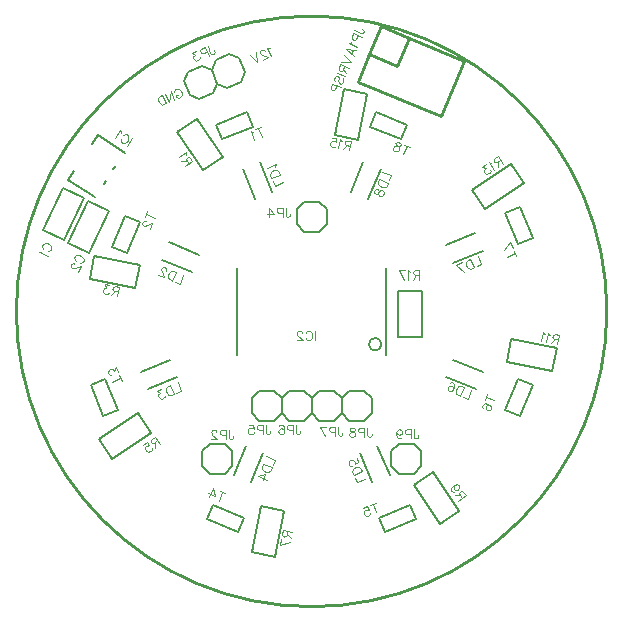
<source format=gbo>
G04 Layer: BottomSilkLayer*
G04 EasyEDA v6.2.46, 2019-12-20T15:47:03+02:00*
G04 e460ad1c73c14af8b4042999b0e6f5d6,e8986612fe13436f8f5b72e5f572de6a,00*
G04 Gerber Generator version 0.2*
G04 Scale: 100 percent, Rotated: No, Reflected: No *
G04 Dimensions in inches *
G04 leading zeros omitted , absolute positions ,2 integer and 4 decimal *
%FSLAX24Y24*%
%MOIN*%
G90*
G70D02*

%ADD10C,0.010000*%
%ADD16C,0.006000*%
%ADD17C,0.003200*%
%ADD19C,0.005000*%
%ADD20C,0.008000*%
%ADD21C,0.007000*%
%ADD22C,0.002560*%

%LPD*%
G54D16*
G01X6662Y16053D02*
G01X6861Y15572D01*
G01X7896Y16001D01*
G01X7697Y16482D01*
G01X6662Y16053D01*
G01X3204Y11985D02*
G01X3685Y11786D01*
G01X4113Y12821D01*
G01X3633Y13020D01*
G01X3204Y11985D01*
G01X2905Y6363D02*
G01X3386Y6562D01*
G01X2957Y7596D01*
G01X2477Y7397D01*
G01X2905Y6363D01*
G01X7397Y2477D02*
G01X7596Y2957D01*
G01X6562Y3386D01*
G01X6363Y2905D01*
G01X7397Y2477D01*
G01X13321Y2905D02*
G01X13122Y3386D01*
G01X12088Y2957D01*
G01X12287Y2477D01*
G01X13321Y2905D01*
G01X17207Y7397D02*
G01X16727Y7596D01*
G01X16298Y6562D01*
G01X16779Y6363D01*
G01X17207Y7397D01*
G01X16779Y13321D02*
G01X16298Y13122D01*
G01X16727Y12088D01*
G01X17207Y12287D01*
G01X16779Y13321D01*
G01X11985Y16480D02*
G01X11786Y16000D01*
G01X12821Y15571D01*
G01X13020Y16051D01*
G01X11985Y16480D01*
G54D19*
G01X6877Y14977D02*
G01X6013Y16268D01*
G01X5370Y15837D01*
G01X6234Y14546D01*
G01X6877Y14977D01*
G01X4115Y11377D02*
G01X2591Y11678D01*
G01X2441Y10919D01*
G01X3965Y10617D01*
G01X4115Y11377D01*
G01X4053Y6440D02*
G01X2762Y5576D01*
G01X3192Y4932D01*
G01X4483Y5797D01*
G01X4053Y6440D01*
G01X8154Y3343D02*
G01X7852Y1819D01*
G01X8611Y1668D01*
G01X8913Y3192D01*
G01X8154Y3343D01*
G01X13244Y4053D02*
G01X14108Y2762D01*
G01X14752Y3192D01*
G01X13887Y4483D01*
G01X13244Y4053D01*
G01X16341Y8154D02*
G01X17865Y7852D01*
G01X18016Y8611D01*
G01X16492Y8913D01*
G01X16341Y8154D01*
G01X15631Y13244D02*
G01X16922Y14108D01*
G01X16492Y14752D01*
G01X15201Y13887D01*
G01X15631Y13244D01*
G01X11377Y15569D02*
G01X11678Y17093D01*
G01X10919Y17243D01*
G01X10617Y15719D01*
G01X11377Y15569D01*
G01X13512Y8973D02*
G01X13512Y10526D01*
G01X12738Y10526D01*
G01X12738Y8973D01*
G01X13512Y8973D01*
G54D10*
G01X11388Y17494D02*
G01X14160Y16346D01*
G01X14925Y18194D01*
G01X13077Y18959D01*
G01X12153Y19342D01*
G01X11771Y18418D01*
G01X11388Y17494D01*
G01X11771Y18418D02*
G01X12695Y18035D01*
G01X13077Y18959D01*
G54D19*
G01X2426Y11783D02*
G01X3083Y13191D01*
G01X2381Y13518D01*
G01X1724Y12110D01*
G01X2426Y11783D01*
G54D16*
G01X5719Y17837D02*
G01X5583Y17511D01*
G01X5775Y17049D01*
G01X6101Y16913D01*
G01X6563Y17105D01*
G01X6698Y17431D01*
G01X6507Y17893D01*
G01X6180Y18029D01*
G01X5719Y17837D01*
G01X6698Y17431D02*
G01X7025Y17296D01*
G01X7487Y17487D01*
G01X7622Y17814D01*
G01X7431Y18276D01*
G01X7104Y18411D01*
G01X6642Y18220D01*
G01X6507Y17893D01*
G54D19*
G01X1603Y12213D02*
G01X2260Y13621D01*
G01X1558Y13948D01*
G01X902Y12541D01*
G01X1603Y12213D01*
G54D16*
G01X7192Y5171D02*
G01X6942Y5421D01*
G01X6442Y5421D01*
G01X6192Y5171D01*
G01X6192Y4671D01*
G01X6442Y4421D01*
G01X6942Y4421D01*
G01X7192Y4671D01*
G01X7192Y5171D01*
G01X10092Y12492D02*
G01X10342Y12742D01*
G01X10342Y13242D01*
G01X10092Y13492D01*
G01X9592Y13492D01*
G01X9342Y13242D01*
G01X9342Y12742D01*
G01X9592Y12492D01*
G01X10092Y12492D01*
G01X8592Y6192D02*
G01X8842Y6442D01*
G01X8842Y6942D01*
G01X8592Y7192D01*
G01X8092Y7192D01*
G01X7842Y6942D01*
G01X7842Y6442D01*
G01X8092Y6192D01*
G01X8592Y6192D01*
G01X9592Y6192D02*
G01X9842Y6442D01*
G01X9842Y6942D01*
G01X9592Y7192D01*
G01X9092Y7192D01*
G01X8842Y6942D01*
G01X8842Y6442D01*
G01X9092Y6192D01*
G01X9592Y6192D01*
G01X10592Y6192D02*
G01X10842Y6442D01*
G01X10842Y6942D01*
G01X10592Y7192D01*
G01X10092Y7192D01*
G01X9842Y6942D01*
G01X9842Y6442D01*
G01X10092Y6192D01*
G01X10592Y6192D01*
G01X11592Y6192D02*
G01X11842Y6442D01*
G01X11842Y6942D01*
G01X11592Y7192D01*
G01X11092Y7192D01*
G01X10842Y6942D01*
G01X10842Y6442D01*
G01X11092Y6192D01*
G01X11592Y6192D01*
G01X13242Y4421D02*
G01X13492Y4671D01*
G01X13492Y5171D01*
G01X13242Y5421D01*
G01X12742Y5421D01*
G01X12492Y5171D01*
G01X12492Y4671D01*
G01X12742Y4421D01*
G01X13242Y4421D01*
G54D20*
G01X7540Y14577D02*
G01X7947Y13595D01*
G01X8117Y14816D02*
G01X8524Y13834D01*
G01X4866Y11562D02*
G01X5848Y11156D01*
G01X5105Y12140D02*
G01X6087Y11733D01*
G01X4379Y7238D02*
G01X5361Y7645D01*
G01X4140Y7816D02*
G01X5122Y8223D01*
G01X7820Y4138D02*
G01X8227Y5120D01*
G01X7243Y4377D02*
G01X7650Y5359D01*
G01X12446Y4379D02*
G01X12039Y5361D01*
G01X11868Y4140D02*
G01X11461Y5122D01*
G01X15546Y7820D02*
G01X14564Y8227D01*
G01X15307Y7243D02*
G01X14325Y7650D01*
G01X15305Y12446D02*
G01X14323Y12039D01*
G01X15544Y11868D02*
G01X14562Y11461D01*
G01X11562Y14818D02*
G01X11156Y13836D01*
G01X12140Y14579D02*
G01X11733Y13597D01*
G54D16*
G01X7372Y8387D02*
G01X7372Y11277D01*
G01X12312Y11277D02*
G01X12312Y8387D01*
G54D21*
G01X3607Y15128D02*
G01X2718Y15721D01*
G01X2520Y15423D01*
G01X1924Y14530D02*
G01X1726Y14232D01*
G01X2614Y13639D01*
G01X3239Y14571D02*
G01X3318Y14689D01*
G01X2912Y14080D02*
G01X2990Y14197D01*
G54D22*
G01X8457Y18607D02*
G01X8425Y18609D01*
G01X8368Y18633D01*
G01X8484Y18350D01*
G01X8293Y18523D02*
G01X8288Y18536D01*
G01X8263Y18558D01*
G01X8244Y18566D01*
G01X8212Y18568D01*
G01X8158Y18546D01*
G01X8137Y18521D01*
G01X8129Y18502D01*
G01X8126Y18470D01*
G01X8138Y18443D01*
G01X8162Y18421D01*
G01X8206Y18392D01*
G01X8396Y18314D01*
G01X8208Y18236D01*
G01X8002Y18481D02*
G01X8011Y18154D01*
G01X7787Y18392D02*
G01X8011Y18154D01*
G01X5262Y17145D02*
G01X5265Y17178D01*
G01X5280Y17216D01*
G01X5302Y17241D01*
G01X5355Y17263D01*
G01X5388Y17260D01*
G01X5426Y17245D01*
G01X5450Y17223D01*
G01X5481Y17189D01*
G01X5508Y17121D01*
G01X5512Y17076D01*
G01X5509Y17043D01*
G01X5494Y17005D01*
G01X5472Y16981D01*
G01X5419Y16958D01*
G01X5386Y16961D01*
G01X5348Y16976D01*
G01X5323Y16998D01*
G01X5307Y17038D01*
G01X5374Y17066D02*
G01X5307Y17038D01*
G01X5146Y17176D02*
G01X5263Y16894D01*
G01X5146Y17176D02*
G01X5075Y16816D01*
G01X4958Y17098D02*
G01X5075Y16816D01*
G01X4869Y17061D02*
G01X4986Y16779D01*
G01X4869Y17061D02*
G01X4775Y17022D01*
G01X4740Y16992D01*
G01X4724Y16954D01*
G01X4722Y16922D01*
G01X4725Y16876D01*
G01X4753Y16809D01*
G01X4783Y16774D01*
G01X4808Y16753D01*
G01X4846Y16737D01*
G01X4892Y16740D01*
G01X4986Y16779D01*
G54D17*
G01X8057Y15944D02*
G01X8174Y15662D01*
G01X8151Y15983D02*
G01X7963Y15905D01*
G01X7896Y15814D02*
G01X7864Y15817D01*
G01X7807Y15840D01*
G01X7924Y15558D01*
G01X4326Y13086D02*
G01X4608Y12969D01*
G01X4365Y13180D02*
G01X4287Y12992D01*
G01X4312Y12862D02*
G01X4299Y12867D01*
G01X4266Y12865D01*
G01X4247Y12857D01*
G01X4223Y12836D01*
G01X4200Y12782D01*
G01X4203Y12750D01*
G01X4211Y12731D01*
G01X4232Y12706D01*
G01X4259Y12695D01*
G01X4291Y12697D01*
G01X4343Y12707D01*
G01X4533Y12786D01*
G01X4455Y12598D01*
G01X3470Y7618D02*
G01X3188Y7501D01*
G01X3509Y7524D02*
G01X3431Y7712D01*
G01X3384Y7828D02*
G01X3322Y7975D01*
G01X3248Y7850D01*
G01X3232Y7891D01*
G01X3207Y7912D01*
G01X3188Y7920D01*
G01X3142Y7917D01*
G01X3115Y7905D01*
G01X3080Y7875D01*
G01X3065Y7837D01*
G01X3068Y7791D01*
G01X3085Y7751D01*
G01X3115Y7716D01*
G01X3134Y7708D01*
G01X3166Y7706D01*
G01X6868Y3810D02*
G01X6751Y3528D01*
G01X6962Y3771D02*
G01X6774Y3849D01*
G01X6551Y3941D02*
G01X6608Y3698D01*
G01X6406Y3781D01*
G01X6551Y3941D02*
G01X6434Y3659D01*
G01X11888Y3431D02*
G01X12005Y3149D01*
G01X11982Y3470D02*
G01X11794Y3392D01*
G01X11544Y3289D02*
G01X11679Y3344D01*
G01X11742Y3229D01*
G01X11723Y3237D01*
G01X11677Y3233D01*
G01X11637Y3217D01*
G01X11602Y3187D01*
G01X11587Y3149D01*
G01X11590Y3103D01*
G01X11601Y3076D01*
G01X11631Y3041D01*
G01X11669Y3025D01*
G01X11715Y3029D01*
G01X11755Y3045D01*
G01X11790Y3076D01*
G01X11798Y3095D01*
G01X11800Y3127D01*
G01X15655Y6993D02*
G01X15937Y6876D01*
G01X15694Y7087D02*
G01X15616Y6899D01*
G01X15553Y6633D02*
G01X15532Y6657D01*
G01X15535Y6703D01*
G01X15546Y6730D01*
G01X15576Y6765D01*
G01X15628Y6775D01*
G01X15700Y6760D01*
G01X15768Y6733D01*
G01X15816Y6697D01*
G01X15832Y6659D01*
G01X15828Y6613D01*
G01X15823Y6600D01*
G01X15793Y6565D01*
G01X15755Y6549D01*
G01X15709Y6552D01*
G01X15695Y6558D01*
G01X15661Y6588D01*
G01X15645Y6626D01*
G01X15648Y6672D01*
G01X15654Y6685D01*
G01X15684Y6720D01*
G01X15722Y6736D01*
G01X15768Y6733D01*
G01X16624Y11772D02*
G01X16342Y11655D01*
G01X16663Y11678D02*
G01X16585Y11866D01*
G01X16470Y12143D02*
G01X16244Y11891D01*
G01X16548Y11954D02*
G01X16470Y12143D01*
G01X13023Y15358D02*
G01X12906Y15076D01*
G01X13117Y15319D02*
G01X12929Y15397D01*
G01X12773Y15461D02*
G01X12808Y15431D01*
G01X12810Y15399D01*
G01X12799Y15372D01*
G01X12775Y15350D01*
G01X12742Y15348D01*
G01X12683Y15357D01*
G01X12637Y15360D01*
G01X12599Y15345D01*
G01X12574Y15323D01*
G01X12558Y15283D01*
G01X12560Y15250D01*
G01X12568Y15231D01*
G01X12603Y15201D01*
G01X12656Y15179D01*
G01X12702Y15176D01*
G01X12721Y15184D01*
G01X12746Y15205D01*
G01X12763Y15245D01*
G01X12760Y15278D01*
G01X12744Y15316D01*
G01X12710Y15346D01*
G01X12662Y15382D01*
G01X12640Y15406D01*
G01X12638Y15439D01*
G01X12649Y15465D01*
G01X12674Y15487D01*
G01X12720Y15484D01*
G01X12773Y15461D01*
G01X5872Y14843D02*
G01X5618Y14673D01*
G01X5872Y14843D02*
G01X5799Y14951D01*
G01X5763Y14979D01*
G01X5743Y14983D01*
G01X5710Y14979D01*
G01X5686Y14963D01*
G01X5670Y14935D01*
G01X5666Y14915D01*
G01X5678Y14870D01*
G01X5751Y14762D01*
G01X5694Y14846D02*
G01X5505Y14842D01*
G01X5657Y15059D02*
G01X5653Y15091D01*
G01X5665Y15152D01*
G01X5411Y14982D01*
G01X3422Y10648D02*
G01X3363Y10348D01*
G01X3422Y10648D02*
G01X3294Y10673D01*
G01X3248Y10668D01*
G01X3231Y10656D01*
G01X3211Y10630D01*
G01X3205Y10602D01*
G01X3214Y10571D01*
G01X3225Y10553D01*
G01X3265Y10531D01*
G01X3394Y10505D01*
G01X3294Y10525D02*
G01X3163Y10388D01*
G01X3100Y10712D02*
G01X2943Y10743D01*
G01X3006Y10612D01*
G01X2963Y10620D01*
G01X2931Y10612D01*
G01X2914Y10600D01*
G01X2892Y10560D01*
G01X2886Y10532D01*
G01X2892Y10486D01*
G01X2915Y10452D01*
G01X2955Y10429D01*
G01X2997Y10421D01*
G01X3043Y10426D01*
G01X3060Y10438D01*
G01X3080Y10464D01*
G01X4624Y5662D02*
G01X4794Y5408D01*
G01X4624Y5662D02*
G01X4515Y5589D01*
G01X4487Y5553D01*
G01X4483Y5533D01*
G01X4487Y5500D01*
G01X4503Y5476D01*
G01X4531Y5460D01*
G01X4551Y5456D01*
G01X4596Y5468D01*
G01X4705Y5541D01*
G01X4620Y5485D02*
G01X4624Y5295D01*
G01X4230Y5398D02*
G01X4351Y5479D01*
G01X4435Y5378D01*
G01X4415Y5382D01*
G01X4371Y5370D01*
G01X4335Y5346D01*
G01X4306Y5310D01*
G01X4298Y5269D01*
G01X4311Y5225D01*
G01X4327Y5201D01*
G01X4363Y5173D01*
G01X4404Y5165D01*
G01X4448Y5177D01*
G01X4484Y5201D01*
G01X4512Y5237D01*
G01X4516Y5258D01*
G01X4512Y5290D01*
G01X8890Y2552D02*
G01X9190Y2493D01*
G01X8890Y2552D02*
G01X8865Y2424D01*
G01X8870Y2378D01*
G01X8882Y2361D01*
G01X8908Y2341D01*
G01X8936Y2336D01*
G01X8968Y2344D01*
G01X8985Y2356D01*
G01X9007Y2396D01*
G01X9033Y2524D01*
G01X9013Y2424D02*
G01X9150Y2293D01*
G01X8792Y2059D02*
G01X9120Y2142D01*
G01X8832Y2258D02*
G01X8792Y2059D01*
G01X14974Y3706D02*
G01X14720Y3536D01*
G01X14974Y3706D02*
G01X14901Y3815D01*
G01X14865Y3843D01*
G01X14845Y3847D01*
G01X14812Y3843D01*
G01X14788Y3827D01*
G01X14772Y3799D01*
G01X14768Y3779D01*
G01X14780Y3734D01*
G01X14853Y3625D01*
G01X14796Y3710D02*
G01X14607Y3706D01*
G01X14617Y4056D02*
G01X14589Y4020D01*
G01X14581Y3979D01*
G01X14593Y3935D01*
G01X14602Y3923D01*
G01X14638Y3895D01*
G01X14678Y3887D01*
G01X14723Y3899D01*
G01X14735Y3907D01*
G01X14763Y3943D01*
G01X14771Y3984D01*
G01X14759Y4028D01*
G01X14751Y4040D01*
G01X14714Y4068D01*
G01X14674Y4076D01*
G01X14617Y4056D01*
G01X14557Y4015D01*
G01X14505Y3963D01*
G01X14485Y3914D01*
G01X14497Y3870D01*
G01X14513Y3846D01*
G01X14549Y3818D01*
G01X14582Y3822D01*
G01X18087Y9048D02*
G01X18028Y8749D01*
G01X18087Y9048D02*
G01X17959Y9074D01*
G01X17913Y9068D01*
G01X17896Y9056D01*
G01X17876Y9031D01*
G01X17871Y9002D01*
G01X17879Y8971D01*
G01X17891Y8954D01*
G01X17931Y8931D01*
G01X18059Y8906D01*
G01X17959Y8925D02*
G01X17828Y8788D01*
G01X17782Y9049D02*
G01X17756Y9069D01*
G01X17722Y9121D01*
G01X17663Y8821D01*
G01X17617Y9082D02*
G01X17591Y9102D01*
G01X17557Y9153D01*
G01X17497Y8854D01*
G01X16055Y15019D02*
G01X16225Y14765D01*
G01X16055Y15019D02*
G01X15946Y14946D01*
G01X15918Y14910D01*
G01X15914Y14890D01*
G01X15918Y14858D01*
G01X15934Y14833D01*
G01X15963Y14817D01*
G01X15983Y14813D01*
G01X16027Y14826D01*
G01X16136Y14898D01*
G01X16051Y14842D02*
G01X16056Y14652D01*
G01X15838Y14804D02*
G01X15806Y14800D01*
G01X15746Y14812D01*
G01X15916Y14558D01*
G01X15642Y14743D02*
G01X15509Y14654D01*
G01X15646Y14605D01*
G01X15610Y14581D01*
G01X15594Y14553D01*
G01X15590Y14533D01*
G01X15602Y14488D01*
G01X15618Y14464D01*
G01X15654Y14436D01*
G01X15695Y14428D01*
G01X15739Y14440D01*
G01X15775Y14464D01*
G01X15803Y14501D01*
G01X15807Y14521D01*
G01X15803Y14553D01*
G01X11157Y15510D02*
G01X11098Y15210D01*
G01X11157Y15510D02*
G01X11029Y15535D01*
G01X10983Y15529D01*
G01X10966Y15518D01*
G01X10946Y15492D01*
G01X10940Y15463D01*
G01X10949Y15432D01*
G01X10961Y15415D01*
G01X11001Y15392D01*
G01X11129Y15367D01*
G01X11029Y15387D02*
G01X10898Y15249D01*
G01X10852Y15511D02*
G01X10826Y15531D01*
G01X10792Y15582D01*
G01X10733Y15282D01*
G01X10527Y15634D02*
G01X10669Y15606D01*
G01X10658Y15475D01*
G01X10647Y15492D01*
G01X10607Y15515D01*
G01X10564Y15523D01*
G01X10518Y15517D01*
G01X10484Y15495D01*
G01X10461Y15455D01*
G01X10456Y15426D01*
G01X10461Y15380D01*
G01X10484Y15346D01*
G01X10524Y15323D01*
G01X10567Y15315D01*
G01X10613Y15321D01*
G01X10630Y15332D01*
G01X10650Y15358D01*
G01X13437Y11209D02*
G01X13437Y10904D01*
G01X13437Y11209D02*
G01X13306Y11209D01*
G01X13262Y11195D01*
G01X13248Y11180D01*
G01X13233Y11151D01*
G01X13233Y11122D01*
G01X13248Y11093D01*
G01X13262Y11078D01*
G01X13306Y11064D01*
G01X13437Y11064D01*
G01X13335Y11064D02*
G01X13233Y10904D01*
G01X13137Y11151D02*
G01X13108Y11165D01*
G01X13065Y11209D01*
G01X13065Y10904D01*
G01X12765Y11209D02*
G01X12910Y10904D01*
G01X12969Y11209D02*
G01X12765Y11209D01*
G01X11265Y19206D02*
G01X11480Y19117D01*
G01X11526Y19114D01*
G01X11545Y19122D01*
G01X11570Y19143D01*
G01X11581Y19170D01*
G01X11579Y19202D01*
G01X11571Y19222D01*
G01X11536Y19252D01*
G01X11509Y19263D01*
G01X11229Y19118D02*
G01X11511Y19001D01*
G01X11229Y19118D02*
G01X11178Y18997D01*
G01X11175Y18951D01*
G01X11183Y18932D01*
G01X11204Y18907D01*
G01X11245Y18891D01*
G01X11277Y18893D01*
G01X11296Y18901D01*
G01X11326Y18935D01*
G01X11376Y19056D01*
G01X11168Y18819D02*
G01X11143Y18797D01*
G01X11086Y18774D01*
G01X11368Y18657D01*
G01X11005Y18577D02*
G01X11332Y18568D01*
G01X11005Y18577D02*
G01X11242Y18353D01*
G01X11221Y18567D02*
G01X11165Y18432D01*
G01X10924Y18381D02*
G01X11161Y18157D01*
G01X10834Y18166D02*
G01X11161Y18157D01*
G01X10798Y18078D02*
G01X11080Y17961D01*
G01X10798Y18078D02*
G01X10748Y17957D01*
G01X10744Y17911D01*
G01X10752Y17892D01*
G01X10774Y17867D01*
G01X10800Y17856D01*
G01X10833Y17858D01*
G01X10852Y17866D01*
G01X10882Y17901D01*
G01X10932Y18022D01*
G01X10893Y17928D02*
G01X11002Y17772D01*
G01X10683Y17801D02*
G01X10965Y17684D01*
G01X10609Y17507D02*
G01X10593Y17545D01*
G01X10596Y17591D01*
G01X10618Y17645D01*
G01X10649Y17680D01*
G01X10687Y17695D01*
G01X10714Y17684D01*
G01X10735Y17660D01*
G01X10743Y17641D01*
G01X10745Y17608D01*
G01X10738Y17516D01*
G01X10741Y17484D01*
G01X10749Y17465D01*
G01X10770Y17440D01*
G01X10810Y17424D01*
G01X10848Y17439D01*
G01X10878Y17474D01*
G01X10901Y17528D01*
G01X10904Y17574D01*
G01X10888Y17612D01*
G01X10532Y17435D02*
G01X10814Y17318D01*
G01X10532Y17435D02*
G01X10482Y17314D01*
G01X10478Y17268D01*
G01X10486Y17249D01*
G01X10507Y17225D01*
G01X10548Y17208D01*
G01X10580Y17210D01*
G01X10599Y17218D01*
G01X10629Y17253D01*
G01X10679Y17374D01*
G01X1974Y11536D02*
G01X1954Y11561D01*
G01X1940Y11600D01*
G01X1939Y11632D01*
G01X1964Y11685D01*
G01X1989Y11705D01*
G01X2028Y11719D01*
G01X2060Y11720D01*
G01X2106Y11715D01*
G01X2172Y11684D01*
G01X2205Y11653D01*
G01X2226Y11627D01*
G01X2240Y11588D01*
G01X2240Y11556D01*
G01X2216Y11503D01*
G01X2190Y11483D01*
G01X2152Y11469D01*
G01X2119Y11468D01*
G01X1928Y11436D02*
G01X1914Y11442D01*
G01X1882Y11441D01*
G01X1862Y11434D01*
G01X1837Y11414D01*
G01X1812Y11361D01*
G01X1813Y11328D01*
G01X1820Y11309D01*
G01X1841Y11283D01*
G01X1867Y11271D01*
G01X1899Y11272D01*
G01X1951Y11280D01*
G01X2145Y11350D01*
G01X2059Y11166D01*
G01X6381Y18685D02*
G01X6470Y18469D01*
G01X6501Y18435D01*
G01X6520Y18427D01*
G01X6552Y18425D01*
G01X6579Y18436D01*
G01X6600Y18460D01*
G01X6608Y18479D01*
G01X6605Y18525D01*
G01X6594Y18552D01*
G01X6293Y18648D02*
G01X6410Y18366D01*
G01X6293Y18648D02*
G01X6172Y18598D01*
G01X6137Y18568D01*
G01X6129Y18549D01*
G01X6127Y18516D01*
G01X6144Y18476D01*
G01X6168Y18454D01*
G01X6187Y18447D01*
G01X6233Y18450D01*
G01X6354Y18500D01*
G01X5989Y18522D02*
G01X5841Y18461D01*
G01X5966Y18387D01*
G01X5926Y18370D01*
G01X5905Y18345D01*
G01X5897Y18326D01*
G01X5900Y18280D01*
G01X5911Y18254D01*
G01X5941Y18219D01*
G01X5979Y18203D01*
G01X6025Y18206D01*
G01X6066Y18223D01*
G01X6100Y18253D01*
G01X6108Y18272D01*
G01X6111Y18305D01*
G01X902Y11935D02*
G01X882Y11960D01*
G01X867Y11999D01*
G01X867Y12032D01*
G01X891Y12084D01*
G01X917Y12104D01*
G01X955Y12119D01*
G01X988Y12119D01*
G01X1033Y12114D01*
G01X1099Y12083D01*
G01X1133Y12052D01*
G01X1153Y12026D01*
G01X1167Y11988D01*
G01X1168Y11955D01*
G01X1143Y11902D01*
G01X1118Y11882D01*
G01X1079Y11868D01*
G01X1047Y11867D01*
G01X848Y11854D02*
G01X822Y11834D01*
G01X764Y11813D01*
G01X1041Y11684D01*
G01X7079Y5893D02*
G01X7079Y5661D01*
G01X7094Y5617D01*
G01X7108Y5602D01*
G01X7137Y5588D01*
G01X7167Y5588D01*
G01X7196Y5602D01*
G01X7210Y5617D01*
G01X7225Y5661D01*
G01X7225Y5690D01*
G01X6983Y5893D02*
G01X6983Y5588D01*
G01X6983Y5893D02*
G01X6852Y5893D01*
G01X6809Y5879D01*
G01X6794Y5864D01*
G01X6780Y5835D01*
G01X6780Y5791D01*
G01X6794Y5762D01*
G01X6809Y5748D01*
G01X6852Y5733D01*
G01X6983Y5733D01*
G01X6669Y5821D02*
G01X6669Y5835D01*
G01X6655Y5864D01*
G01X6640Y5879D01*
G01X6611Y5893D01*
G01X6553Y5893D01*
G01X6524Y5879D01*
G01X6509Y5864D01*
G01X6495Y5835D01*
G01X6495Y5806D01*
G01X6509Y5777D01*
G01X6538Y5733D01*
G01X6684Y5588D01*
G01X6480Y5588D01*
G01X8977Y13296D02*
G01X8977Y13063D01*
G01X8991Y13020D01*
G01X9006Y13005D01*
G01X9035Y12991D01*
G01X9064Y12991D01*
G01X9093Y13005D01*
G01X9107Y13020D01*
G01X9122Y13063D01*
G01X9122Y13093D01*
G01X8881Y13296D02*
G01X8881Y12991D01*
G01X8881Y13296D02*
G01X8750Y13296D01*
G01X8706Y13282D01*
G01X8691Y13267D01*
G01X8677Y13238D01*
G01X8677Y13194D01*
G01X8691Y13165D01*
G01X8706Y13151D01*
G01X8750Y13136D01*
G01X8881Y13136D01*
G01X8435Y13296D02*
G01X8581Y13093D01*
G01X8363Y13093D01*
G01X8435Y13296D02*
G01X8435Y12991D01*
G01X8320Y6059D02*
G01X8320Y5827D01*
G01X8335Y5783D01*
G01X8349Y5769D01*
G01X8379Y5754D01*
G01X8408Y5754D01*
G01X8437Y5769D01*
G01X8451Y5783D01*
G01X8466Y5827D01*
G01X8466Y5856D01*
G01X8224Y6059D02*
G01X8224Y5754D01*
G01X8224Y6059D02*
G01X8093Y6059D01*
G01X8050Y6045D01*
G01X8035Y6030D01*
G01X8021Y6001D01*
G01X8021Y5958D01*
G01X8035Y5929D01*
G01X8050Y5914D01*
G01X8093Y5899D01*
G01X8224Y5899D01*
G01X7750Y6059D02*
G01X7896Y6059D01*
G01X7910Y5929D01*
G01X7896Y5943D01*
G01X7852Y5958D01*
G01X7808Y5958D01*
G01X7765Y5943D01*
G01X7736Y5914D01*
G01X7721Y5870D01*
G01X7721Y5841D01*
G01X7736Y5798D01*
G01X7765Y5769D01*
G01X7808Y5754D01*
G01X7852Y5754D01*
G01X7896Y5769D01*
G01X7910Y5783D01*
G01X7925Y5812D01*
G01X9320Y6059D02*
G01X9320Y5827D01*
G01X9335Y5783D01*
G01X9349Y5769D01*
G01X9379Y5754D01*
G01X9408Y5754D01*
G01X9437Y5769D01*
G01X9451Y5783D01*
G01X9466Y5827D01*
G01X9466Y5856D01*
G01X9224Y6059D02*
G01X9224Y5754D01*
G01X9224Y6059D02*
G01X9093Y6059D01*
G01X9050Y6045D01*
G01X9035Y6030D01*
G01X9021Y6001D01*
G01X9021Y5958D01*
G01X9035Y5929D01*
G01X9050Y5914D01*
G01X9093Y5899D01*
G01X9224Y5899D01*
G01X8750Y6016D02*
G01X8765Y6045D01*
G01X8808Y6059D01*
G01X8837Y6059D01*
G01X8881Y6045D01*
G01X8910Y6001D01*
G01X8925Y5929D01*
G01X8925Y5856D01*
G01X8910Y5798D01*
G01X8881Y5769D01*
G01X8837Y5754D01*
G01X8823Y5754D01*
G01X8779Y5769D01*
G01X8750Y5798D01*
G01X8736Y5841D01*
G01X8736Y5856D01*
G01X8750Y5899D01*
G01X8779Y5929D01*
G01X8823Y5943D01*
G01X8837Y5943D01*
G01X8881Y5929D01*
G01X8910Y5899D01*
G01X8925Y5856D01*
G01X10727Y5997D02*
G01X10727Y5764D01*
G01X10741Y5721D01*
G01X10756Y5706D01*
G01X10785Y5691D01*
G01X10814Y5691D01*
G01X10843Y5706D01*
G01X10857Y5721D01*
G01X10872Y5764D01*
G01X10872Y5793D01*
G01X10631Y5997D02*
G01X10631Y5691D01*
G01X10631Y5997D02*
G01X10500Y5997D01*
G01X10456Y5982D01*
G01X10441Y5968D01*
G01X10427Y5939D01*
G01X10427Y5895D01*
G01X10441Y5866D01*
G01X10456Y5851D01*
G01X10500Y5837D01*
G01X10631Y5837D01*
G01X10127Y5997D02*
G01X10273Y5691D01*
G01X10331Y5997D02*
G01X10127Y5997D01*
G01X11695Y5966D02*
G01X11695Y5733D01*
G01X11710Y5689D01*
G01X11724Y5675D01*
G01X11753Y5660D01*
G01X11783Y5660D01*
G01X11812Y5675D01*
G01X11826Y5689D01*
G01X11841Y5733D01*
G01X11841Y5762D01*
G01X11599Y5966D02*
G01X11599Y5660D01*
G01X11599Y5966D02*
G01X11468Y5966D01*
G01X11425Y5951D01*
G01X11410Y5937D01*
G01X11396Y5908D01*
G01X11396Y5864D01*
G01X11410Y5835D01*
G01X11425Y5820D01*
G01X11468Y5806D01*
G01X11599Y5806D01*
G01X11227Y5966D02*
G01X11271Y5951D01*
G01X11285Y5922D01*
G01X11285Y5893D01*
G01X11271Y5864D01*
G01X11241Y5849D01*
G01X11183Y5835D01*
G01X11140Y5820D01*
G01X11111Y5791D01*
G01X11096Y5762D01*
G01X11096Y5718D01*
G01X11111Y5689D01*
G01X11125Y5675D01*
G01X11169Y5660D01*
G01X11227Y5660D01*
G01X11271Y5675D01*
G01X11285Y5689D01*
G01X11300Y5718D01*
G01X11300Y5762D01*
G01X11285Y5791D01*
G01X11256Y5820D01*
G01X11212Y5835D01*
G01X11154Y5849D01*
G01X11125Y5864D01*
G01X11111Y5893D01*
G01X11111Y5922D01*
G01X11125Y5951D01*
G01X11169Y5966D01*
G01X11227Y5966D01*
G01X13251Y5913D02*
G01X13251Y5680D01*
G01X13266Y5636D01*
G01X13280Y5622D01*
G01X13309Y5607D01*
G01X13338Y5607D01*
G01X13368Y5622D01*
G01X13382Y5636D01*
G01X13397Y5680D01*
G01X13397Y5709D01*
G01X13155Y5913D02*
G01X13155Y5607D01*
G01X13155Y5913D02*
G01X13024Y5913D01*
G01X12981Y5898D01*
G01X12966Y5884D01*
G01X12952Y5855D01*
G01X12952Y5811D01*
G01X12966Y5782D01*
G01X12981Y5767D01*
G01X13024Y5753D01*
G01X13155Y5753D01*
G01X12666Y5811D02*
G01X12681Y5767D01*
G01X12710Y5738D01*
G01X12754Y5724D01*
G01X12768Y5724D01*
G01X12812Y5738D01*
G01X12841Y5767D01*
G01X12856Y5811D01*
G01X12856Y5825D01*
G01X12841Y5869D01*
G01X12812Y5898D01*
G01X12768Y5913D01*
G01X12754Y5913D01*
G01X12710Y5898D01*
G01X12681Y5869D01*
G01X12666Y5811D01*
G01X12666Y5738D01*
G01X12681Y5665D01*
G01X12710Y5622D01*
G01X12754Y5607D01*
G01X12783Y5607D01*
G01X12826Y5622D01*
G01X12841Y5651D01*
G01X8889Y14149D02*
G01X8607Y14032D01*
G01X8607Y14032D02*
G01X8540Y14193D01*
G01X8785Y14399D02*
G01X8503Y14282D01*
G01X8785Y14399D02*
G01X8746Y14493D01*
G01X8716Y14528D01*
G01X8678Y14543D01*
G01X8646Y14546D01*
G01X8600Y14542D01*
G01X8533Y14515D01*
G01X8498Y14484D01*
G01X8477Y14460D01*
G01X8461Y14422D01*
G01X8464Y14376D01*
G01X8503Y14282D01*
G01X8617Y14653D02*
G01X8619Y14686D01*
G01X8643Y14743D01*
G01X8361Y14626D01*
G01X5568Y11045D02*
G01X5451Y10763D01*
G01X5451Y10763D02*
G01X5290Y10829D01*
G01X5318Y11148D02*
G01X5201Y10866D01*
G01X5318Y11148D02*
G01X5224Y11187D01*
G01X5178Y11191D01*
G01X5140Y11175D01*
G01X5116Y11154D01*
G01X5086Y11119D01*
G01X5058Y11052D01*
G01X5055Y11006D01*
G01X5057Y10973D01*
G01X5073Y10935D01*
G01X5107Y10905D01*
G01X5201Y10866D01*
G01X5000Y11201D02*
G01X5006Y11215D01*
G01X5004Y11247D01*
G01X4996Y11266D01*
G01X4974Y11291D01*
G01X4921Y11313D01*
G01X4888Y11311D01*
G01X4869Y11303D01*
G01X4845Y11282D01*
G01X4833Y11255D01*
G01X4836Y11222D01*
G01X4846Y11171D01*
G01X4925Y10981D01*
G01X4736Y11059D01*
G01X5377Y7477D02*
G01X5494Y7194D01*
G01X5494Y7194D02*
G01X5332Y7128D01*
G01X5127Y7373D02*
G01X5244Y7091D01*
G01X5127Y7373D02*
G01X5033Y7334D01*
G01X4998Y7304D01*
G01X4982Y7266D01*
G01X4980Y7234D01*
G01X4983Y7188D01*
G01X5011Y7120D01*
G01X5041Y7086D01*
G01X5066Y7064D01*
G01X5104Y7049D01*
G01X5149Y7052D01*
G01X5244Y7091D01*
G01X4823Y7247D02*
G01X4675Y7186D01*
G01X4800Y7112D01*
G01X4760Y7095D01*
G01X4739Y7071D01*
G01X4731Y7052D01*
G01X4734Y7006D01*
G01X4745Y6979D01*
G01X4775Y6944D01*
G01X4813Y6928D01*
G01X4859Y6932D01*
G01X4900Y6948D01*
G01X4934Y6979D01*
G01X4942Y6998D01*
G01X4944Y7030D01*
G01X8334Y5012D02*
G01X8617Y4895D01*
G01X8617Y4895D02*
G01X8550Y4734D01*
G01X8231Y4762D02*
G01X8513Y4645D01*
G01X8231Y4762D02*
G01X8192Y4668D01*
G01X8189Y4622D01*
G01X8204Y4584D01*
G01X8226Y4560D01*
G01X8260Y4529D01*
G01X8328Y4502D01*
G01X8373Y4498D01*
G01X8406Y4501D01*
G01X8444Y4516D01*
G01X8474Y4551D01*
G01X8513Y4645D01*
G01X8060Y4351D02*
G01X8304Y4407D01*
G01X8221Y4206D01*
G01X8060Y4351D02*
G01X8343Y4234D01*
G01X11626Y4256D02*
G01X11344Y4139D01*
G01X11344Y4139D02*
G01X11277Y4300D01*
G01X11523Y4506D02*
G01X11241Y4389D01*
G01X11523Y4506D02*
G01X11484Y4600D01*
G01X11454Y4635D01*
G01X11416Y4650D01*
G01X11383Y4653D01*
G01X11337Y4649D01*
G01X11270Y4622D01*
G01X11235Y4591D01*
G01X11214Y4567D01*
G01X11198Y4529D01*
G01X11202Y4483D01*
G01X11241Y4389D01*
G01X11341Y4944D02*
G01X11397Y4810D01*
G01X11282Y4746D01*
G01X11290Y4765D01*
G01X11286Y4811D01*
G01X11270Y4851D01*
G01X11239Y4886D01*
G01X11201Y4902D01*
G01X11156Y4898D01*
G01X11129Y4887D01*
G01X11094Y4857D01*
G01X11078Y4819D01*
G01X11081Y4773D01*
G01X11098Y4733D01*
G01X11128Y4698D01*
G01X11147Y4690D01*
G01X11180Y4688D01*
G01X15165Y7214D02*
G01X15048Y6931D01*
G01X15048Y6931D02*
G01X14887Y6998D01*
G01X14915Y7317D02*
G01X14798Y7035D01*
G01X14915Y7317D02*
G01X14821Y7356D01*
G01X14775Y7359D01*
G01X14737Y7344D01*
G01X14713Y7322D01*
G01X14682Y7288D01*
G01X14655Y7220D01*
G01X14651Y7174D01*
G01X14654Y7142D01*
G01X14669Y7104D01*
G01X14704Y7074D01*
G01X14798Y7035D01*
G01X14460Y7458D02*
G01X14485Y7480D01*
G01X14531Y7476D01*
G01X14558Y7465D01*
G01X14592Y7435D01*
G01X14603Y7384D01*
G01X14588Y7311D01*
G01X14560Y7244D01*
G01X14525Y7195D01*
G01X14487Y7180D01*
G01X14441Y7183D01*
G01X14427Y7189D01*
G01X14393Y7219D01*
G01X14377Y7257D01*
G01X14380Y7303D01*
G01X14386Y7316D01*
G01X14416Y7351D01*
G01X14454Y7366D01*
G01X14500Y7363D01*
G01X14513Y7358D01*
G01X14548Y7328D01*
G01X14564Y7290D01*
G01X14560Y7244D01*
G01X15386Y11691D02*
G01X15503Y11409D01*
G01X15503Y11409D02*
G01X15342Y11342D01*
G01X15136Y11588D02*
G01X15253Y11305D01*
G01X15136Y11588D02*
G01X15042Y11549D01*
G01X15007Y11518D01*
G01X14992Y11480D01*
G01X14989Y11448D01*
G01X14993Y11402D01*
G01X15020Y11335D01*
G01X15051Y11300D01*
G01X15075Y11279D01*
G01X15113Y11263D01*
G01X15159Y11266D01*
G01X15253Y11305D01*
G01X14671Y11395D02*
G01X14923Y11168D01*
G01X14859Y11473D02*
G01X14671Y11395D01*
G01X12206Y14491D02*
G01X12488Y14374D01*
G01X12488Y14374D02*
G01X12422Y14213D01*
G01X12103Y14241D02*
G01X12385Y14124D01*
G01X12103Y14241D02*
G01X12064Y14147D01*
G01X12060Y14101D01*
G01X12076Y14063D01*
G01X12097Y14039D01*
G01X12132Y14009D01*
G01X12199Y13981D01*
G01X12245Y13978D01*
G01X12278Y13980D01*
G01X12316Y13996D01*
G01X12346Y14030D01*
G01X12385Y14124D01*
G01X11960Y13897D02*
G01X11990Y13932D01*
G01X12023Y13934D01*
G01X12050Y13923D01*
G01X12071Y13899D01*
G01X12073Y13866D01*
G01X12064Y13807D01*
G01X12061Y13761D01*
G01X12077Y13723D01*
G01X12098Y13698D01*
G01X12138Y13682D01*
G01X12171Y13684D01*
G01X12190Y13692D01*
G01X12220Y13727D01*
G01X12242Y13780D01*
G01X12246Y13826D01*
G01X12238Y13845D01*
G01X12216Y13870D01*
G01X12176Y13887D01*
G01X12144Y13884D01*
G01X12106Y13869D01*
G01X12075Y13834D01*
G01X12040Y13786D01*
G01X12015Y13764D01*
G01X11983Y13762D01*
G01X11956Y13773D01*
G01X11935Y13798D01*
G01X11938Y13844D01*
G01X11960Y13897D01*
G01X9957Y9187D02*
G01X9957Y8881D01*
G01X9643Y9114D02*
G01X9657Y9143D01*
G01X9686Y9172D01*
G01X9716Y9187D01*
G01X9774Y9187D01*
G01X9803Y9172D01*
G01X9832Y9143D01*
G01X9846Y9114D01*
G01X9861Y9070D01*
G01X9861Y8997D01*
G01X9846Y8954D01*
G01X9832Y8925D01*
G01X9803Y8896D01*
G01X9774Y8881D01*
G01X9716Y8881D01*
G01X9686Y8896D01*
G01X9657Y8925D01*
G01X9643Y8954D01*
G01X9532Y9114D02*
G01X9532Y9128D01*
G01X9518Y9157D01*
G01X9503Y9172D01*
G01X9474Y9187D01*
G01X9416Y9187D01*
G01X9387Y9172D01*
G01X9372Y9157D01*
G01X9358Y9128D01*
G01X9358Y9099D01*
G01X9372Y9070D01*
G01X9401Y9027D01*
G01X9547Y8881D01*
G01X9343Y8881D01*
G01X3867Y15606D02*
G01X3698Y15352D01*
G01X3566Y15720D02*
G01X3594Y15736D01*
G01X3634Y15744D01*
G01X3666Y15740D01*
G01X3715Y15707D01*
G01X3731Y15679D01*
G01X3739Y15639D01*
G01X3735Y15607D01*
G01X3723Y15562D01*
G01X3682Y15502D01*
G01X3646Y15473D01*
G01X3618Y15457D01*
G01X3578Y15449D01*
G01X3545Y15453D01*
G01X3497Y15486D01*
G01X3481Y15514D01*
G01X3473Y15554D01*
G01X3477Y15586D01*
G01X3494Y15785D02*
G01X3478Y15813D01*
G01X3465Y15874D01*
G01X3296Y15620D01*
G54D10*
G75*
G01X19685Y9843D02*
G03X19685Y9839I-9842J-2D01*
G01*
G54D16*
G75*
G01X11753Y8748D02*
G02X11753Y8745I209J-2D01*
G01*
M00*
M02*

</source>
